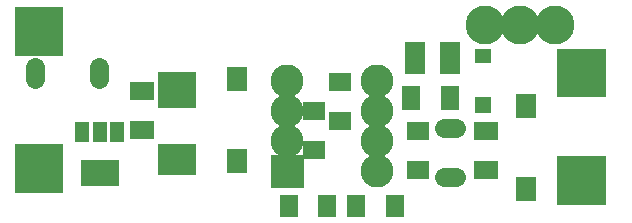
<source format=gbr>
%FSLAX34Y34*%
%MOMM*%
%LNSOLDERMASK_TOP*%
G71*
G01*
%ADD10R, 2.00X1.50*%
%ADD11C, 1.60*%
%ADD12R, 3.20X2.00*%
%ADD13C, 2.80*%
%ADD14R, 1.70X2.80*%
%ADD15R, 1.80X2.00*%
%ADD16R, 1.40X1.35*%
%ADD17R, 1.40X1.30*%
%ADD18R, 1.90X1.50*%
%ADD19R, 1.50X2.00*%
%ADD20C, 3.30*%
%ADD21R, 3.20X2.20*%
%ADD22R, 1.20X1.70*%
%ADD23R, 1.50X1.90*%
%LPD*%
G36*
X52500Y960500D02*
X93500Y960500D01*
X93500Y919500D01*
X52500Y919500D01*
X52500Y960500D01*
G37*
G36*
X52500Y844500D02*
X93500Y844500D01*
X93500Y803500D01*
X52500Y803500D01*
X52500Y844500D01*
G37*
G36*
X511500Y834500D02*
X552500Y834500D01*
X552500Y793500D01*
X511500Y793500D01*
X511500Y834500D01*
G37*
X160000Y890000D02*
G54D10*
D03*
X160000Y857000D02*
G54D10*
D03*
X160000Y857000D02*
G54D10*
D03*
X160000Y890000D02*
G54D10*
D03*
G36*
X511500Y925500D02*
X552500Y925500D01*
X552500Y884500D01*
X511500Y884500D01*
X511500Y925500D01*
G37*
G54D11*
X426000Y817000D02*
X416000Y817000D01*
G54D11*
X426000Y858750D02*
X416000Y858750D01*
G54D11*
X69000Y910000D02*
X69000Y900000D01*
G54D11*
X123450Y910000D02*
X123450Y900000D01*
X190000Y835000D02*
G54D12*
D03*
X190000Y895325D02*
G54D12*
D03*
X190000Y828650D02*
G54D12*
D03*
X190000Y885800D02*
G54D12*
D03*
X283000Y898000D02*
G54D13*
D03*
X283000Y872600D02*
G54D13*
D03*
X283000Y847200D02*
G54D13*
D03*
G36*
X269000Y835800D02*
X297000Y835800D01*
X297000Y807800D01*
X269000Y807800D01*
X269000Y835800D01*
G37*
X359200Y821800D02*
G54D13*
D03*
X359200Y847200D02*
G54D13*
D03*
X359200Y872600D02*
G54D13*
D03*
X359200Y898000D02*
G54D13*
D03*
X391000Y918000D02*
G54D14*
D03*
X421000Y918000D02*
G54D14*
D03*
X451000Y856000D02*
G54D10*
D03*
X451000Y823059D02*
G54D10*
D03*
X240000Y900000D02*
G54D15*
D03*
X240000Y830150D02*
G54D15*
D03*
X485000Y807000D02*
G54D15*
D03*
X485000Y876850D02*
G54D15*
D03*
X449000Y878000D02*
G54D16*
D03*
X449000Y919750D02*
G54D17*
D03*
X328000Y897000D02*
G54D18*
D03*
X328000Y864059D02*
G54D18*
D03*
X306000Y873000D02*
G54D18*
D03*
X306000Y840059D02*
G54D18*
D03*
X394000Y856000D02*
G54D18*
D03*
X394000Y823059D02*
G54D18*
D03*
G36*
X413500Y894000D02*
X428500Y894000D01*
X428500Y874000D01*
X413500Y874000D01*
X413500Y894000D01*
G37*
X388059Y884000D02*
G54D19*
D03*
X450000Y946000D02*
G54D20*
D03*
X480000Y946000D02*
G54D20*
D03*
X510000Y946000D02*
G54D20*
D03*
X124000Y820000D02*
G54D21*
D03*
X139000Y855000D02*
G54D22*
D03*
X124000Y855000D02*
G54D22*
D03*
X109000Y855000D02*
G54D22*
D03*
X317000Y792000D02*
G54D23*
D03*
X284059Y792000D02*
G54D23*
D03*
X374000Y792000D02*
G54D23*
D03*
X341059Y792000D02*
G54D23*
D03*
M02*

</source>
